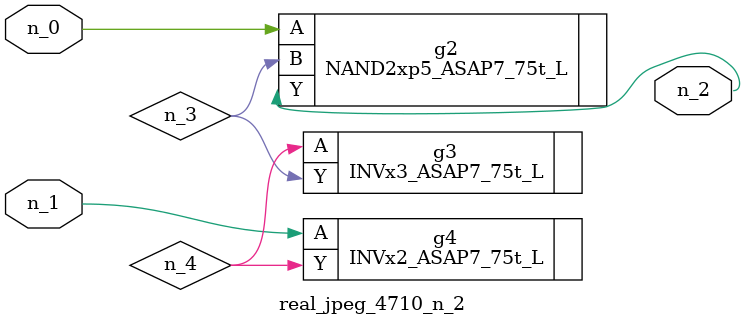
<source format=v>
module real_jpeg_4710_n_2 (n_1, n_0, n_2);

input n_1;
input n_0;

output n_2;

wire n_4;
wire n_3;

NAND2xp5_ASAP7_75t_L g2 ( 
.A(n_0),
.B(n_3),
.Y(n_2)
);

INVx2_ASAP7_75t_L g4 ( 
.A(n_1),
.Y(n_4)
);

INVx3_ASAP7_75t_L g3 ( 
.A(n_4),
.Y(n_3)
);


endmodule
</source>
